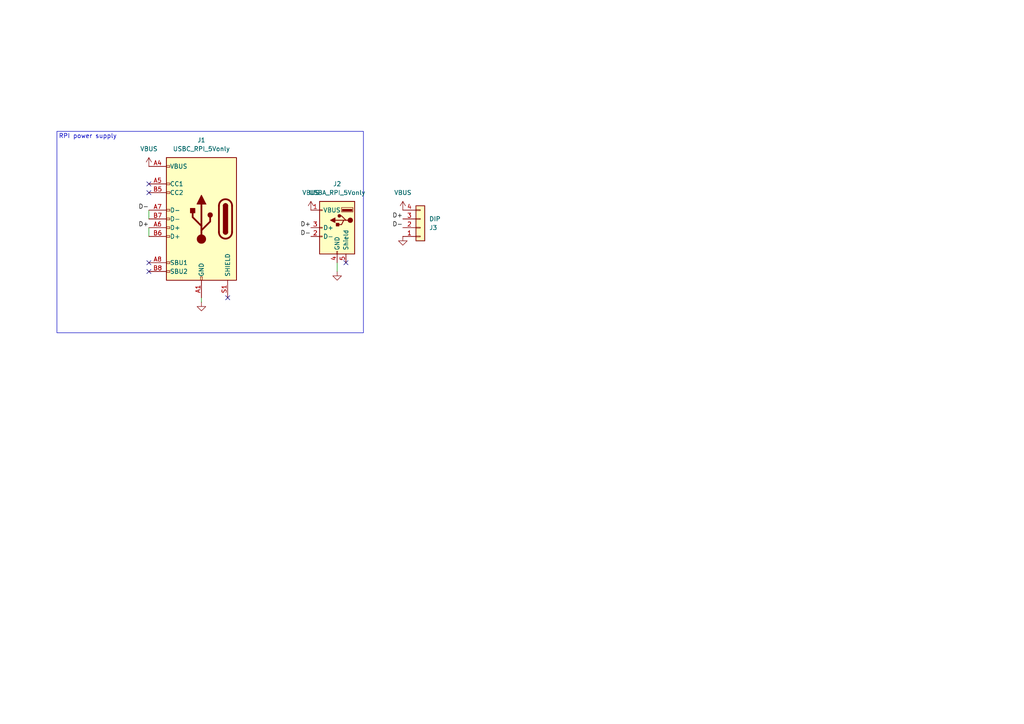
<source format=kicad_sch>
(kicad_sch (version 20231120) (generator "eeschema") (generator_version "8.0")
  (paper "A4")
  (title_block (title "Adaptor_USB") (date "2025-05-04") (rev "1.0") (company "NTURacing Team") (comment 1 "Jack Kuo"))
  (lib_symbols
    (symbol "Connector:USB_A" (pin_names (offset 1.016))
      (property "Reference" "J" (at -5.08 11.43 0))
      (property "Value" "USB_A" (at -5.08 8.89 0))
      (symbol "USB_A_0_1"
        (rectangle (start -5.08 -7.62) (end 5.08 7.62) (stroke (width 0.254)) (fill (type background)))
        (circle (center -3.81 2.159) (radius 0.635) (stroke (width 0.254)) (fill (type outline)))
        (rectangle (start -1.524 4.826) (end -4.318 5.334) (fill (type outline)))
        (rectangle (start -1.27 4.572) (end -4.572 5.842))
        (circle (center -0.635 3.429) (radius 0.381) (stroke (width 0.254)) (fill (type outline)))
        (rectangle (start -0.127 -7.62) (end 0.127 -6.858))
        (polyline (pts (xy -3.175 2.159) (xy -2.54 2.159) (xy -1.27 3.429) (xy -0.635 3.429)) (stroke (width 0.254)))
        (polyline (pts (xy -2.54 2.159) (xy -1.905 2.159) (xy -1.27 0.889) (xy 0 0.889)) (stroke (width 0.254)))
        (polyline (pts (xy 0.635 2.794) (xy 0.635 1.524) (xy 1.905 2.159) (xy 0.635 2.794)) (stroke (width 0.254)) (fill (type outline)))
        (rectangle (start 0.254 1.27) (end -0.508 0.508) (stroke (width 0.254)) (fill (type outline)))
        (rectangle (start 5.08 -2.667) (end 4.318 -2.413))
        (rectangle (start 5.08 -0.127) (end 4.318 0.127))
        (rectangle (start 5.08 4.953) (end 4.318 5.207))
      )
      (symbol "USB_A_1_1"
        (polyline (pts (xy -1.905 2.159) (xy 0.635 2.159)) (stroke (width 0.254)))
        (pin power_in line (at 7.62 5.08 180) (length 2.54) (name "VBUS") (number "1"))
        (pin bidirectional line (at 7.62 -2.54 180) (length 2.54) (name "D-") (number "2"))
        (pin bidirectional line (at 7.62 0 180) (length 2.54) (name "D+") (number "3"))
        (pin power_in line (at 0 -10.16 90) (length 2.54) (name "GND") (number "4"))
        (pin passive line (at -2.54 -10.16 90) (length 2.54) (name "Shield") (number "5"))
      )
    )
    (symbol "Connector:USB_C_Receptacle_USB2.0_16P" (pin_names (offset 1.016))
      (property "Reference" "J" (at 0 22.225 0))
      (property "Value" "USB_C_Receptacle_USB2.0_16P" (at 0 19.685 0))
      (symbol "USB_C_Receptacle_USB2.0_16P_0_0"
        (rectangle (start -0.254 -17.78) (end 0.254 -16.764))
        (rectangle (start 10.16 -14.986) (end 9.144 -15.494))
        (rectangle (start 10.16 -12.446) (end 9.144 -12.954))
        (rectangle (start 10.16 -4.826) (end 9.144 -5.334))
        (rectangle (start 10.16 -2.286) (end 9.144 -2.794))
        (rectangle (start 10.16 0.254) (end 9.144 -0.254))
        (rectangle (start 10.16 2.794) (end 9.144 2.286))
        (rectangle (start 10.16 7.874) (end 9.144 7.366))
        (rectangle (start 10.16 10.414) (end 9.144 9.906))
        (rectangle (start 10.16 15.494) (end 9.144 14.986))
      )
      (symbol "USB_C_Receptacle_USB2.0_16P_0_1"
        (rectangle (start -10.16 17.78) (end 10.16 -17.78) (stroke (width 0.254)) (fill (type background)))
        (arc (start -8.89 -3.81) (mid -6.985 -5.7067) (end -5.08 -3.81) (stroke (width 0.508)))
        (arc (start -7.62 -3.81) (mid -6.985 -4.4423) (end -6.35 -3.81) (stroke (width 0.254)))
        (arc (start -7.62 -3.81) (mid -6.985 -4.4423) (end -6.35 -3.81) (stroke (width 0.254)) (fill (type outline)))
        (rectangle (start -7.62 -3.81) (end -6.35 3.81) (stroke (width 0.254)) (fill (type outline)))
        (arc (start -6.35 3.81) (mid -6.985 4.4423) (end -7.62 3.81) (stroke (width 0.254)))
        (arc (start -6.35 3.81) (mid -6.985 4.4423) (end -7.62 3.81) (stroke (width 0.254)) (fill (type outline)))
        (arc (start -5.08 3.81) (mid -6.985 5.7067) (end -8.89 3.81) (stroke (width 0.508)))
        (circle (center -2.54 1.143) (radius 0.635) (stroke (width 0.254)) (fill (type outline)))
        (circle (center 0 -5.842) (radius 1.27) (fill (type outline)))
        (polyline (pts (xy -8.89 -3.81) (xy -8.89 3.81)) (stroke (width 0.508)))
        (polyline (pts (xy -5.08 3.81) (xy -5.08 -3.81)) (stroke (width 0.508)))
        (polyline (pts (xy 0 -5.842) (xy 0 4.318)) (stroke (width 0.508)))
        (polyline (pts (xy 0 -3.302) (xy -2.54 -0.762) (xy -2.54 0.508)) (stroke (width 0.508)))
        (polyline (pts (xy 0 -2.032) (xy 2.54 0.508) (xy 2.54 1.778)) (stroke (width 0.508)))
        (polyline (pts (xy -1.27 4.318) (xy 0 6.858) (xy 1.27 4.318) (xy -1.27 4.318)) (stroke (width 0.254)) (fill (type outline)))
        (rectangle (start 1.905 1.778) (end 3.175 3.048) (stroke (width 0.254)) (fill (type outline)))
      )
      (symbol "USB_C_Receptacle_USB2.0_16P_1_1"
        (pin passive line (at 0 -22.86 90) (length 5.08) (name "GND") (number "A1"))
        (pin passive line (at 0 -22.86 90) (length 5.08) hide (name "GND") (number "A12"))
        (pin passive line (at 15.24 15.24 180) (length 5.08) (name "VBUS") (number "A4"))
        (pin bidirectional line (at 15.24 10.16 180) (length 5.08) (name "CC1") (number "A5"))
        (pin bidirectional line (at 15.24 -2.54 180) (length 5.08) (name "D+") (number "A6"))
        (pin bidirectional line (at 15.24 2.54 180) (length 5.08) (name "D-") (number "A7"))
        (pin bidirectional line (at 15.24 -12.7 180) (length 5.08) (name "SBU1") (number "A8"))
        (pin passive line (at 15.24 15.24 180) (length 5.08) hide (name "VBUS") (number "A9"))
        (pin passive line (at 0 -22.86 90) (length 5.08) hide (name "GND") (number "B1"))
        (pin passive line (at 0 -22.86 90) (length 5.08) hide (name "GND") (number "B12"))
        (pin passive line (at 15.24 15.24 180) (length 5.08) hide (name "VBUS") (number "B4"))
        (pin bidirectional line (at 15.24 7.62 180) (length 5.08) (name "CC2") (number "B5"))
        (pin bidirectional line (at 15.24 -5.08 180) (length 5.08) (name "D+") (number "B6"))
        (pin bidirectional line (at 15.24 0 180) (length 5.08) (name "D-") (number "B7"))
        (pin bidirectional line (at 15.24 -15.24 180) (length 5.08) (name "SBU2") (number "B8"))
        (pin passive line (at 15.24 15.24 180) (length 5.08) hide (name "VBUS") (number "B9"))
        (pin passive line (at -7.62 -22.86 90) (length 5.08) (name "SHIELD") (number "S1"))
      )
    )
    (symbol "PCM_4ms_Connector:Conn_01x04" (pin_names (offset 1.016) hide)
      (property "Reference" "J" (at 0 5.08 0))
      (property "Value" "Conn_01x04" (at 0 -7.62 0))
      (symbol "Conn_01x04_1_1"
        (rectangle (start -1.27 -4.953) (end 0 -5.207) (stroke (width 0.1524)))
        (rectangle (start -1.27 -2.413) (end 0 -2.667) (stroke (width 0.1524)))
        (rectangle (start -1.27 0.127) (end 0 -0.127) (stroke (width 0.1524)))
        (rectangle (start -1.27 2.667) (end 0 2.413) (stroke (width 0.1524)))
        (rectangle (start -1.27 3.81) (end 1.27 -6.35) (stroke (width 0.254)) (fill (type background)))
        (pin passive line (at -5.08 2.54 0) (length 3.81) (name "Pin_1") (number "1"))
        (pin passive line (at -5.08 0 0) (length 3.81) (name "Pin_2") (number "2"))
        (pin passive line (at -5.08 -2.54 0) (length 3.81) (name "Pin_3") (number "3"))
        (pin passive line (at -5.08 -5.08 0) (length 3.81) (name "Pin_4") (number "4"))
      )
    )
    (symbol "power:GND" (power) (pin_numbers hide) (pin_names (offset 0) hide)
      (property "Value" "GND" (at 0 -3.81 0))
      (symbol "GND_0_1"
        (polyline (pts (xy 0 0) (xy 0 -1.27) (xy 1.27 -1.27) (xy 0 -2.54) (xy -1.27 -1.27) (xy 0 -1.27)))
      )
      (symbol "GND_1_1"
        (pin power_in line (at 0 0 270) (length 0) (name "~") (number "1"))
      )
    )
    (symbol "power:VBUS" (power) (pin_numbers hide) (pin_names (offset 0) hide)
      (property "Value" "VBUS" (at 0 3.556 0))
      (symbol "VBUS_0_1"
        (polyline (pts (xy -0.762 1.27) (xy 0 2.54)))
        (polyline (pts (xy 0 0) (xy 0 2.54)))
        (polyline (pts (xy 0 2.54) (xy 0.762 1.27)))
      )
      (symbol "VBUS_1_1"
        (pin power_in line (at 0 0 90) (length 0) (name "~") (number "1"))
      )
    )
  )
  (no_connect (at 43.18 76.2))
  (no_connect (at 43.18 53.34))
  (no_connect (at 66.04 86.36))
  (no_connect (at 43.18 55.88))
  (no_connect (at 43.18 78.74))
  (no_connect (at 100.33 76.2))
  (wire (pts (xy 97.79 76.2) (xy 97.79 78.74)))
  (wire (pts (xy 43.18 66.04) (xy 43.18 68.58)))
  (wire (pts (xy 58.42 86.36) (xy 58.42 87.63)))
  (wire (pts (xy 43.18 60.96) (xy 43.18 63.5)))
  (rectangle (start 16.51 38.1) (end 105.41 96.52))
  (text "RPI power supply" (at 17.018 39.624 0) (effects (font (size 1.27 1.27)) (justify left)))
  (label "D+" (at 43.18 66.04 180))
  (label "D+" (at 90.17 66.04 180))
  (label "D-" (at 90.17 68.58 180))
  (label "D-" (at 116.84 66.04 180))
  (label "D-" (at 43.18 60.96 180))
  (label "D+" (at 116.84 63.5 180))
  (symbol (lib_id "power:GND") (at 116.84 68.58 0) (unit 1)
    (property "Reference" "#PWR06" (effects (hide yes)))
    (property "Value" "GND" (effects (hide yes)))
    (property "Description" "Power symbol creates a global label with name \"GND\" , ground" (effects (hide yes)))
  )
  (symbol (lib_id "Connector:USB_C_Receptacle_USB2.0_16P") (at 58.42 63.5 0) (mirror y) (unit 1)
    (property "Reference" "J1" (at 58.42 40.64 0))
    (property "Value" "USBC_RPI_5Vonly" (at 58.42 43.18 0))
    (property "Footprint" "Connector_USB:USB_C_Receptacle_GCT_USB4105-xx-A_16P_TopMnt_Horizontal" (effects (hide yes)))
    (property "Datasheet" "https://www.usb.org/sites/default/files/documents/usb_type-c.zip" (effects (hide yes)))
    (property "Description" "USB 2.0-only 16P Type-C Receptacle connector" (effects (hide yes)))
  )
  (symbol (lib_id "Connector:USB_A") (at 97.79 66.04 0) (mirror y) (unit 1)
    (property "Reference" "J2" (at 97.79 53.34 0))
    (property "Value" "USBA_RPI_5Vonly" (at 97.79 55.88 0))
    (property "Footprint" "Connector_USB:USB_A_Molex_67643_Horizontal" (effects (hide yes)))
    (property "Description" "USB Type A connector" (effects (hide yes)))
  )
  (symbol (lib_id "power:GND") (at 58.42 87.63 0) (unit 1)
    (property "Reference" "#PWR02" (effects (hide yes)))
    (property "Value" "GND" (effects (hide yes)))
    (property "Description" "Power symbol creates a global label with name \"GND\" , ground" (effects (hide yes)))
  )
  (symbol (lib_id "power:GND") (at 97.79 78.74 0) (unit 1)
    (property "Reference" "#PWR01" (effects (hide yes)))
    (property "Value" "GND" (effects (hide yes)))
    (property "Description" "Power symbol creates a global label with name \"GND\" , ground" (effects (hide yes)))
  )
  (symbol (lib_id "power:VBUS") (at 116.84 60.96 0) (unit 1)
    (property "Reference" "#PWR05" (effects (hide yes)))
    (property "Value" "VBUS" (at 116.84 55.88 0))
    (property "Description" "Power symbol creates a global label with name \"VBUS\"" (effects (hide yes)))
  )
  (symbol (lib_id "power:VBUS") (at 90.17 60.96 0) (unit 1)
    (property "Reference" "#PWR04" (effects (hide yes)))
    (property "Value" "VBUS" (at 90.17 55.88 0))
    (property "Description" "Power symbol creates a global label with name \"VBUS\"" (effects (hide yes)))
  )
  (symbol (lib_id "PCM_4ms_Connector:Conn_01x04") (at 121.92 66.04 0) (mirror x) (unit 1)
    (property "Reference" "J3" (at 124.46 66.0401 0) (effects (justify left)))
    (property "Value" "DIP" (at 124.46 63.5001 0) (effects (justify left)))
    (property "Footprint" "Connector_PinHeader_2.54mm:PinHeader_1x04_P2.54mm_Vertical" (effects (hide yes)))
    (property "Description" "HEADER 1x4 MALE PINS 0.100” 180deg" (effects (hide yes)))
    (property "Specifications" "HEADER 1x4 MALE PINS 0.100” 180deg" (effects (hide yes)))
    (property "Manufacturer" "TAD" (effects (hide yes)))
    (property "Part Number" "1-0401FBV0T" (effects (hide yes)))
  )
  (symbol (lib_id "power:VBUS") (at 43.18 48.26 0) (unit 1)
    (property "Reference" "#PWR03" (effects (hide yes)))
    (property "Value" "VBUS" (at 43.18 43.18 0))
    (property "Description" "Power symbol creates a global label with name \"VBUS\"" (effects (hide yes)))
  )
)
</source>
